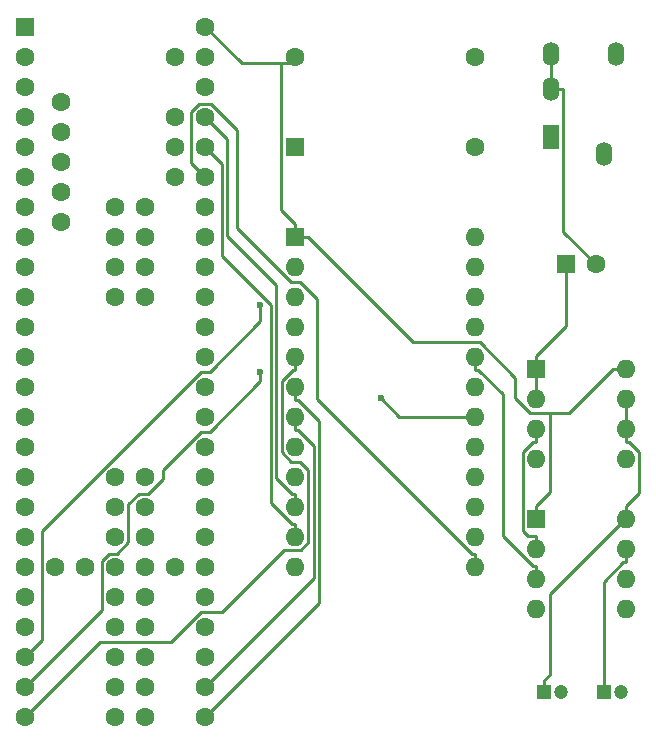
<source format=gbr>
G04 #@! TF.FileFunction,Copper,L1,Top,Signal*
%FSLAX46Y46*%
G04 Gerber Fmt 4.6, Leading zero omitted, Abs format (unit mm)*
G04 Created by KiCad (PCBNEW 4.0.6) date 01/20/18 20:01:26*
%MOMM*%
%LPD*%
G01*
G04 APERTURE LIST*
%ADD10C,0.100000*%
%ADD11R,1.200000X1.200000*%
%ADD12C,1.200000*%
%ADD13R,1.600000X1.600000*%
%ADD14C,1.600000*%
%ADD15O,1.400000X2.000000*%
%ADD16R,1.400000X2.000000*%
%ADD17O,1.600000X1.600000*%
%ADD18C,0.600000*%
%ADD19C,0.250000*%
G04 APERTURE END LIST*
D10*
D11*
X172720000Y-137795000D03*
D12*
X174220000Y-137795000D03*
D11*
X167640000Y-137795000D03*
D12*
X169140000Y-137795000D03*
D13*
X169545000Y-101600000D03*
D14*
X172045000Y-101600000D03*
D15*
X173775000Y-83805000D03*
X172775000Y-92305000D03*
D16*
X168275000Y-90805000D03*
D15*
X168275000Y-86805000D03*
X168275000Y-83805000D03*
D14*
X123736000Y-122149000D03*
X123736000Y-124689000D03*
X123736000Y-127229000D03*
X123736000Y-129769000D03*
X123736000Y-119609000D03*
X123736000Y-117069000D03*
X123736000Y-114529000D03*
X123736000Y-132309000D03*
X123736000Y-134849000D03*
X123736000Y-137389000D03*
X123736000Y-139929000D03*
X126276000Y-127229000D03*
X128816000Y-127229000D03*
X131356000Y-127229000D03*
X133896000Y-127229000D03*
X136436000Y-127229000D03*
X138976000Y-139929000D03*
X138976000Y-137389000D03*
X138976000Y-134849000D03*
X138976000Y-132309000D03*
X138976000Y-129769000D03*
X138976000Y-127229000D03*
X138976000Y-124689000D03*
X138976000Y-122149000D03*
X123736000Y-111989000D03*
X123736000Y-109449000D03*
X123736000Y-106909000D03*
X123736000Y-104369000D03*
X123736000Y-101829000D03*
X123736000Y-99289000D03*
X123736000Y-96749000D03*
X123736000Y-94209000D03*
X123736000Y-91669000D03*
X123736000Y-89129000D03*
X123736000Y-86589000D03*
X123736000Y-84049000D03*
D13*
X123736000Y-81509000D03*
D14*
X138976000Y-119609000D03*
X138976000Y-117069000D03*
X138976000Y-114529000D03*
X138976000Y-111989000D03*
X138976000Y-109449000D03*
X138976000Y-106909000D03*
X138976000Y-104369000D03*
X138976000Y-101829000D03*
X138976000Y-99289000D03*
X138976000Y-96749000D03*
X138976000Y-94209000D03*
X138976000Y-91669000D03*
X138976000Y-89129000D03*
X138976000Y-86589000D03*
X138976000Y-84049000D03*
X138976000Y-81509000D03*
X136436000Y-84049000D03*
X136436000Y-89129000D03*
X136436000Y-91669000D03*
X136436000Y-94209000D03*
X131356000Y-96749000D03*
X131356000Y-99289000D03*
X131356000Y-101829000D03*
X131356000Y-104369000D03*
X131356000Y-119609000D03*
X131356000Y-122149000D03*
X131356000Y-124689000D03*
X131356000Y-129769000D03*
X131356000Y-132309000D03*
X131356000Y-134849000D03*
X131356000Y-137389000D03*
X131356000Y-139929000D03*
X133896000Y-139929000D03*
X133896000Y-137389000D03*
X133896000Y-134849000D03*
X133896000Y-132309000D03*
X133896000Y-129769000D03*
X133896000Y-124689000D03*
X133896000Y-122149000D03*
X133896000Y-119609000D03*
X133896000Y-104369000D03*
X133896000Y-101829000D03*
X133896000Y-99289000D03*
X133896000Y-96749000D03*
X126736000Y-87859000D03*
X126736000Y-90399000D03*
X126736000Y-92939000D03*
X126736000Y-95479000D03*
X126736000Y-98019000D03*
D13*
X146596000Y-99288600D03*
D17*
X161836000Y-127228600D03*
X146596000Y-101828600D03*
X161836000Y-124688600D03*
X146596000Y-104368600D03*
X161836000Y-122148600D03*
X146596000Y-106908600D03*
X161836000Y-119608600D03*
X146596000Y-109448600D03*
X161836000Y-117068600D03*
X146596000Y-111988600D03*
X161836000Y-114528600D03*
X146596000Y-114528600D03*
X161836000Y-111988600D03*
X146596000Y-117068600D03*
X161836000Y-109448600D03*
X146596000Y-119608600D03*
X161836000Y-106908600D03*
X146596000Y-122148600D03*
X161836000Y-104368600D03*
X146596000Y-124688600D03*
X161836000Y-101828600D03*
X146596000Y-127228600D03*
X161836000Y-99288600D03*
D13*
X167005000Y-123190000D03*
D17*
X174625000Y-130810000D03*
X167005000Y-125730000D03*
X174625000Y-128270000D03*
X167005000Y-128270000D03*
X174625000Y-125730000D03*
X167005000Y-130810000D03*
X174625000Y-123190000D03*
D13*
X167005000Y-110490000D03*
D17*
X174625000Y-118110000D03*
X167005000Y-113030000D03*
X174625000Y-115570000D03*
X167005000Y-115570000D03*
X174625000Y-113030000D03*
X167005000Y-118110000D03*
X174625000Y-110490000D03*
D13*
X146596000Y-91668600D03*
D14*
X146596000Y-84048600D03*
X161836000Y-84048600D03*
X161836000Y-91668600D03*
D18*
X143633700Y-105048500D03*
X143617500Y-110731100D03*
X153859200Y-112968800D03*
D19*
X172720000Y-128479000D02*
X172720000Y-137795000D01*
X174343700Y-126855300D02*
X172720000Y-128479000D01*
X174625000Y-126855300D02*
X174343700Y-126855300D01*
X174625000Y-125730000D02*
X174625000Y-126855300D01*
X174625000Y-115570000D02*
X174625000Y-113030000D01*
X175750300Y-120939400D02*
X174625000Y-122064700D01*
X175750300Y-117539200D02*
X175750300Y-120939400D01*
X174906400Y-116695300D02*
X175750300Y-117539200D01*
X174625000Y-116695300D02*
X174906400Y-116695300D01*
X174625000Y-115570000D02*
X174625000Y-116695300D01*
X174625000Y-122627300D02*
X174625000Y-123086000D01*
X174625000Y-123190000D02*
X174625000Y-123086000D01*
X174625000Y-122627300D02*
X174625000Y-122064700D01*
X168214600Y-136295100D02*
X167640000Y-136869700D01*
X168214600Y-129496400D02*
X168214600Y-136295100D01*
X174625000Y-123086000D02*
X168214600Y-129496400D01*
X167640000Y-137795000D02*
X167640000Y-136869700D01*
X167005000Y-113030000D02*
X167005000Y-110490000D01*
X169545000Y-106824700D02*
X169545000Y-101600000D01*
X167005000Y-109364700D02*
X169545000Y-106824700D01*
X167005000Y-110490000D02*
X167005000Y-109364700D01*
X168275000Y-83805000D02*
X168275000Y-86805000D01*
X169300300Y-98855300D02*
X172045000Y-101600000D01*
X169300300Y-86805000D02*
X169300300Y-98855300D01*
X168275000Y-86805000D02*
X169300300Y-86805000D01*
X125150600Y-133434400D02*
X123736000Y-134849000D01*
X125150700Y-133434400D02*
X125150600Y-133434400D01*
X125150700Y-124215400D02*
X125150700Y-133434400D01*
X138647100Y-110719000D02*
X125150700Y-124215400D01*
X139370100Y-110719000D02*
X138647100Y-110719000D01*
X143633700Y-106455400D02*
X139370100Y-110719000D01*
X143633700Y-105048500D02*
X143633700Y-106455400D01*
X143617500Y-111531300D02*
X143617500Y-110731100D01*
X139349800Y-115799000D02*
X143617500Y-111531300D01*
X138648500Y-115799000D02*
X139349800Y-115799000D01*
X135394300Y-119053200D02*
X138648500Y-115799000D01*
X135394300Y-119767500D02*
X135394300Y-119053200D01*
X134138200Y-121023600D02*
X135394300Y-119767500D01*
X133382000Y-121023600D02*
X134138200Y-121023600D01*
X132481400Y-121924200D02*
X133382000Y-121023600D01*
X132481400Y-125168400D02*
X132481400Y-121924200D01*
X131546200Y-126103600D02*
X132481400Y-125168400D01*
X130876600Y-126103600D02*
X131546200Y-126103600D01*
X130230600Y-126749600D02*
X130876600Y-126103600D01*
X130230600Y-130894400D02*
X130230600Y-126749600D01*
X123736000Y-137389000D02*
X130230600Y-130894400D01*
X130086000Y-133579000D02*
X123736000Y-139929000D01*
X136066300Y-133579000D02*
X130086000Y-133579000D01*
X138606300Y-131039000D02*
X136066300Y-133579000D01*
X140395200Y-131039000D02*
X138606300Y-131039000D01*
X145619800Y-125814400D02*
X140395200Y-131039000D01*
X147070900Y-125814400D02*
X145619800Y-125814400D01*
X147721400Y-125163900D02*
X147070900Y-125814400D01*
X147721400Y-119065000D02*
X147721400Y-125163900D01*
X146995000Y-118338600D02*
X147721400Y-119065000D01*
X146268400Y-118338600D02*
X146995000Y-118338600D01*
X145470700Y-117540900D02*
X146268400Y-118338600D01*
X145470700Y-111521100D02*
X145470700Y-117540900D01*
X146417900Y-110573900D02*
X145470700Y-111521100D01*
X146596000Y-110573900D02*
X146417900Y-110573900D01*
X146596000Y-109448600D02*
X146596000Y-110573900D01*
X146596000Y-111988600D02*
X146596000Y-113113900D01*
X146877300Y-113113900D02*
X146596000Y-113113900D01*
X148622000Y-114858600D02*
X146877300Y-113113900D01*
X148622000Y-130283000D02*
X148622000Y-114858600D01*
X138976000Y-139929000D02*
X148622000Y-130283000D01*
X146596000Y-114528600D02*
X146596000Y-115653900D01*
X146826900Y-115653900D02*
X146596000Y-115653900D01*
X148171700Y-116998700D02*
X146826900Y-115653900D01*
X148171700Y-128193300D02*
X148171700Y-116998700D01*
X138976000Y-137389000D02*
X148171700Y-128193300D01*
X155419000Y-114528600D02*
X153859200Y-112968800D01*
X161836000Y-114528600D02*
X155419000Y-114528600D01*
X161836000Y-127228600D02*
X161836000Y-126103300D01*
X137802700Y-93035700D02*
X138976000Y-94209000D01*
X137802700Y-88680500D02*
X137802700Y-93035700D01*
X138479600Y-88003600D02*
X137802700Y-88680500D01*
X139474300Y-88003600D02*
X138479600Y-88003600D01*
X141681600Y-90210900D02*
X139474300Y-88003600D01*
X141681600Y-98523000D02*
X141681600Y-90210900D01*
X146257200Y-103098600D02*
X141681600Y-98523000D01*
X146978800Y-103098600D02*
X146257200Y-103098600D01*
X148437400Y-104557200D02*
X146978800Y-103098600D01*
X148437400Y-112986000D02*
X148437400Y-104557200D01*
X161554700Y-126103300D02*
X148437400Y-112986000D01*
X161836000Y-126103300D02*
X161554700Y-126103300D01*
X140390600Y-93083600D02*
X138976000Y-91669000D01*
X140390600Y-100921000D02*
X140390600Y-93083600D01*
X144570000Y-105100400D02*
X140390600Y-100921000D01*
X144570000Y-121818600D02*
X144570000Y-105100400D01*
X146314700Y-123563300D02*
X144570000Y-121818600D01*
X146596000Y-123563300D02*
X146314700Y-123563300D01*
X146596000Y-124688600D02*
X146596000Y-123563300D01*
X146596000Y-122148600D02*
X146596000Y-121023300D01*
X140847400Y-91000400D02*
X138976000Y-89129000D01*
X140847400Y-99213600D02*
X140847400Y-91000400D01*
X145020400Y-103386600D02*
X140847400Y-99213600D01*
X145020400Y-119729100D02*
X145020400Y-103386600D01*
X146314600Y-121023300D02*
X145020400Y-119729100D01*
X146596000Y-121023300D02*
X146314600Y-121023300D01*
X146033400Y-84611200D02*
X145429800Y-84611200D01*
X146596000Y-84048600D02*
X146033400Y-84611200D01*
X142078200Y-84611200D02*
X138976000Y-81509000D01*
X145429800Y-84611200D02*
X142078200Y-84611200D01*
X174625000Y-110490000D02*
X173499700Y-110490000D01*
X146596000Y-99288600D02*
X147721300Y-99288600D01*
X167005000Y-123190000D02*
X167005000Y-122064700D01*
X168166700Y-120903000D02*
X167005000Y-122064700D01*
X168166700Y-114167400D02*
X168166700Y-120903000D01*
X166516000Y-114167400D02*
X168166700Y-114167400D01*
X165248100Y-112899500D02*
X166516000Y-114167400D01*
X165248100Y-111202600D02*
X165248100Y-112899500D01*
X162224100Y-108178600D02*
X165248100Y-111202600D01*
X156611300Y-108178600D02*
X162224100Y-108178600D01*
X147721300Y-99288600D02*
X156611300Y-108178600D01*
X169822300Y-114167400D02*
X173499700Y-110490000D01*
X168166700Y-114167400D02*
X169822300Y-114167400D01*
X145429800Y-96997100D02*
X145429800Y-84611200D01*
X146596000Y-98163300D02*
X145429800Y-96997100D01*
X146596000Y-99288600D02*
X146596000Y-98163300D01*
X162117300Y-110573900D02*
X161836000Y-110573900D01*
X164156900Y-112613500D02*
X162117300Y-110573900D01*
X164156900Y-124577900D02*
X164156900Y-112613500D01*
X166723700Y-127144700D02*
X164156900Y-124577900D01*
X167005000Y-127144700D02*
X166723700Y-127144700D01*
X167005000Y-128270000D02*
X167005000Y-127144700D01*
X161836000Y-109448600D02*
X161836000Y-110573900D01*
X166301600Y-124604700D02*
X167005000Y-124604700D01*
X165879700Y-124182800D02*
X166301600Y-124604700D01*
X165879700Y-117539300D02*
X165879700Y-124182800D01*
X166723700Y-116695300D02*
X165879700Y-117539300D01*
X167005000Y-116695300D02*
X166723700Y-116695300D01*
X167005000Y-115570000D02*
X167005000Y-116695300D01*
X167005000Y-125730000D02*
X167005000Y-124604700D01*
M02*

</source>
